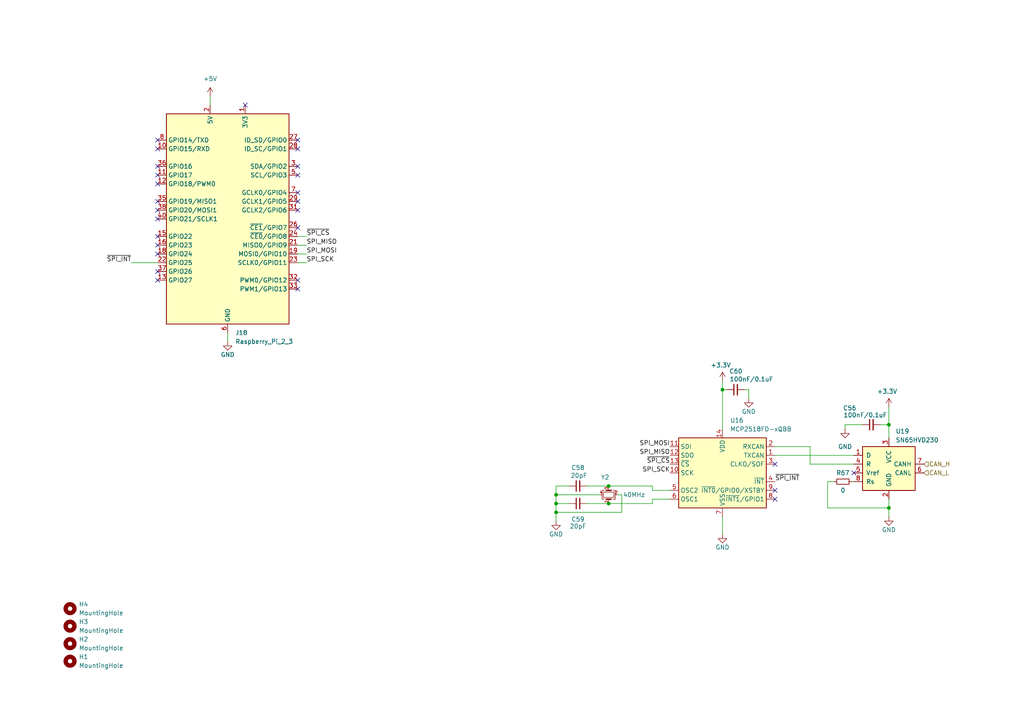
<source format=kicad_sch>
(kicad_sch (version 20231120) (generator "eeschema") (generator_version "8.0")
  (paper "A4")
  (title_block (title "RaspberryPi") (rev "1"))
  (lib_symbols
    (symbol "Connector:Raspberry_Pi_2_3"
      (property "Reference" "J" (at -17.78 31.75 0))
      (property "Value" "Raspberry_Pi_2_3" (at 10.16 -31.75 0))
      (symbol "Raspberry_Pi_2_3_0_1"
        (rectangle (start -17.78 30.48) (end 17.78 -30.48) (stroke (width 0.254)) (fill (type background)))
      )
      (symbol "Raspberry_Pi_2_3_1_1"
        (pin power_in line (at 5.08 33.02 270) (length 2.54) (name "3V3") (number "1"))
        (pin bidirectional line (at -20.32 20.32 0) (length 2.54) (name "GPIO15/RXD") (number "10"))
        (pin bidirectional line (at -20.32 12.7 0) (length 2.54) (name "GPIO17") (number "11"))
        (pin bidirectional line (at -20.32 10.16 0) (length 2.54) (name "GPIO18/PWM0") (number "12"))
        (pin bidirectional line (at -20.32 -17.78 0) (length 2.54) (name "GPIO27") (number "13"))
        (pin passive line (at 0 -33.02 90) (length 2.54) hide (name "GND") (number "14"))
        (pin bidirectional line (at -20.32 -5.08 0) (length 2.54) (name "GPIO22") (number "15"))
        (pin bidirectional line (at -20.32 -7.62 0) (length 2.54) (name "GPIO23") (number "16"))
        (pin passive line (at 5.08 33.02 270) (length 2.54) hide (name "3V3") (number "17"))
        (pin bidirectional line (at -20.32 -10.16 0) (length 2.54) (name "GPIO24") (number "18"))
        (pin bidirectional line (at 20.32 -10.16 180) (length 2.54) (name "MOSI0/GPIO10") (number "19"))
        (pin power_in line (at -5.08 33.02 270) (length 2.54) (name "5V") (number "2"))
        (pin passive line (at 0 -33.02 90) (length 2.54) hide (name "GND") (number "20"))
        (pin bidirectional line (at 20.32 -7.62 180) (length 2.54) (name "MISO0/GPIO9") (number "21"))
        (pin bidirectional line (at -20.32 -12.7 0) (length 2.54) (name "GPIO25") (number "22"))
        (pin bidirectional line (at 20.32 -12.7 180) (length 2.54) (name "SCLK0/GPIO11") (number "23"))
        (pin bidirectional line (at 20.32 -5.08 180) (length 2.54) (name "~{CE0}/GPIO8") (number "24"))
        (pin passive line (at 0 -33.02 90) (length 2.54) hide (name "GND") (number "25"))
        (pin bidirectional line (at 20.32 -2.54 180) (length 2.54) (name "~{CE1}/GPIO7") (number "26"))
        (pin bidirectional line (at 20.32 22.86 180) (length 2.54) (name "ID_SD/GPIO0") (number "27"))
        (pin bidirectional line (at 20.32 20.32 180) (length 2.54) (name "ID_SC/GPIO1") (number "28"))
        (pin bidirectional line (at 20.32 5.08 180) (length 2.54) (name "GCLK1/GPIO5") (number "29"))
        (pin bidirectional line (at 20.32 15.24 180) (length 2.54) (name "SDA/GPIO2") (number "3"))
        (pin passive line (at 0 -33.02 90) (length 2.54) hide (name "GND") (number "30"))
        (pin bidirectional line (at 20.32 2.54 180) (length 2.54) (name "GCLK2/GPIO6") (number "31"))
        (pin bidirectional line (at 20.32 -17.78 180) (length 2.54) (name "PWM0/GPIO12") (number "32"))
        (pin bidirectional line (at 20.32 -20.32 180) (length 2.54) (name "PWM1/GPIO13") (number "33"))
        (pin passive line (at 0 -33.02 90) (length 2.54) hide (name "GND") (number "34"))
        (pin bidirectional line (at -20.32 5.08 0) (length 2.54) (name "GPIO19/MISO1") (number "35"))
        (pin bidirectional line (at -20.32 15.24 0) (length 2.54) (name "GPIO16") (number "36"))
        (pin bidirectional line (at -20.32 -15.24 0) (length 2.54) (name "GPIO26") (number "37"))
        (pin bidirectional line (at -20.32 2.54 0) (length 2.54) (name "GPIO20/MOSI1") (number "38"))
        (pin passive line (at 0 -33.02 90) (length 2.54) hide (name "GND") (number "39"))
        (pin passive line (at -5.08 33.02 270) (length 2.54) hide (name "5V") (number "4"))
        (pin bidirectional line (at -20.32 0 0) (length 2.54) (name "GPIO21/SCLK1") (number "40"))
        (pin bidirectional line (at 20.32 12.7 180) (length 2.54) (name "SCL/GPIO3") (number "5"))
        (pin power_in line (at 0 -33.02 90) (length 2.54) (name "GND") (number "6"))
        (pin bidirectional line (at 20.32 7.62 180) (length 2.54) (name "GCLK0/GPIO4") (number "7"))
        (pin bidirectional line (at -20.32 22.86 0) (length 2.54) (name "GPIO14/TXD") (number "8"))
        (pin passive line (at 0 -33.02 90) (length 2.54) hide (name "GND") (number "9"))
      )
    )
    (symbol "Device:C_Small" (pin_numbers hide) (pin_names (offset 0.254) hide)
      (property "Reference" "C" (at 0.254 1.778 0))
      (property "Value" "C_Small" (at 0.254 -2.032 0))
      (symbol "C_Small_0_1"
        (polyline (pts (xy -1.524 -0.508) (xy 1.524 -0.508)) (stroke (width 0.3302)))
        (polyline (pts (xy -1.524 0.508) (xy 1.524 0.508)) (stroke (width 0.3048)))
      )
      (symbol "C_Small_1_1"
        (pin passive line (at 0 2.54 270) (length 2.032) (name "~") (number "1"))
        (pin passive line (at 0 -2.54 90) (length 2.032) (name "~") (number "2"))
      )
    )
    (symbol "Device:Crystal_GND24_Small" (pin_names (offset 1.016) hide)
      (property "Reference" "Y" (at 1.27 4.445 0))
      (property "Value" "Crystal_GND24_Small" (at 1.27 2.54 0))
      (symbol "Crystal_GND24_Small_0_1"
        (rectangle (start -0.762 -1.524) (end 0.762 1.524))
        (polyline (pts (xy -1.27 -0.762) (xy -1.27 0.762)) (stroke (width 0.381)))
        (polyline (pts (xy 1.27 -0.762) (xy 1.27 0.762)) (stroke (width 0.381)))
        (polyline (pts (xy -1.27 -1.27) (xy -1.27 -1.905) (xy 1.27 -1.905) (xy 1.27 -1.27)))
        (polyline (pts (xy -1.27 1.27) (xy -1.27 1.905) (xy 1.27 1.905) (xy 1.27 1.27)))
      )
      (symbol "Crystal_GND24_Small_1_1"
        (pin passive line (at -2.54 0 0) (length 1.27) (name "1") (number "1"))
        (pin passive line (at 0 -2.54 90) (length 0.635) (name "2") (number "2"))
        (pin passive line (at 2.54 0 180) (length 1.27) (name "3") (number "3"))
        (pin passive line (at 0 2.54 270) (length 0.635) (name "4") (number "4"))
      )
    )
    (symbol "Device:R_Small" (pin_numbers hide) (pin_names (offset 0.254) hide)
      (property "Reference" "R" (at 0.762 0.508 0))
      (property "Value" "R_Small" (at 0.762 -1.016 0))
      (symbol "R_Small_0_1"
        (rectangle (start -0.762 1.778) (end 0.762 -1.778) (stroke (width 0.2032)))
      )
      (symbol "R_Small_1_1"
        (pin passive line (at 0 2.54 270) (length 0.762) (name "~") (number "1"))
        (pin passive line (at 0 -2.54 90) (length 0.762) (name "~") (number "2"))
      )
    )
    (symbol "Interface_CAN_LIN:MCP2518FD-xQBB"
      (property "Reference" "U" (at 8.89 13.97 0))
      (property "Value" "MCP2518FD-xQBB" (at -3.81 13.97 0))
      (symbol "MCP2518FD-xQBB_0_1"
        (rectangle (start -12.7 10.16) (end 12.7 -10.16) (stroke (width 0.254)) (fill (type background)))
      )
      (symbol "MCP2518FD-xQBB_1_1"
        (pin output line (at 15.24 5.08 180) (length 2.54) (name "TXCAN") (number "1"))
        (pin input line (at -15.24 0 0) (length 2.54) (name "SCK") (number "10"))
        (pin input line (at -15.24 7.62 0) (length 2.54) (name "SDI") (number "11"))
        (pin output line (at -15.24 5.08 0) (length 2.54) (name "SDO") (number "12"))
        (pin input line (at -15.24 2.54 0) (length 2.54) (name "~{CS}") (number "13"))
        (pin power_in line (at 0 12.7 270) (length 2.54) (name "VDD") (number "14"))
        (pin passive line (at 0 -12.7 90) (length 2.54) hide (name "VSS") (number "15"))
        (pin input line (at 15.24 7.62 180) (length 2.54) (name "RXCAN") (number "2"))
        (pin output line (at 15.24 2.54 180) (length 2.54) (name "CLKO/SOF") (number "3"))
        (pin output line (at 15.24 -2.54 180) (length 2.54) (name "~{INT}") (number "4"))
        (pin output line (at -15.24 -5.08 0) (length 2.54) (name "OSC2") (number "5"))
        (pin input line (at -15.24 -7.62 0) (length 2.54) (name "OSC1") (number "6"))
        (pin power_in line (at 0 -12.7 90) (length 2.54) (name "VSS") (number "7"))
        (pin bidirectional line (at 15.24 -7.62 180) (length 2.54) (name "~{INT1}/GPIO1") (number "8"))
        (pin bidirectional line (at 15.24 -5.08 180) (length 2.54) (name "~{INT0}/GPIO0/XSTBY") (number "9"))
      )
    )
    (symbol "Interface_CAN_LIN:SN65HVD230" (pin_names (offset 1.016))
      (property "Reference" "U" (at -2.54 10.16 0))
      (property "Value" "SN65HVD230" (at -2.54 7.62 0))
      (symbol "SN65HVD230_0_1"
        (rectangle (start -7.62 5.08) (end 7.62 -7.62) (stroke (width 0.254)) (fill (type background)))
      )
      (symbol "SN65HVD230_1_1"
        (pin input line (at -10.16 2.54 0) (length 2.54) (name "D") (number "1"))
        (pin power_in line (at 0 -10.16 90) (length 2.54) (name "GND") (number "2"))
        (pin power_in line (at 0 7.62 270) (length 2.54) (name "VCC") (number "3"))
        (pin output line (at -10.16 0 0) (length 2.54) (name "R") (number "4"))
        (pin output line (at -10.16 -2.54 0) (length 2.54) (name "Vref") (number "5"))
        (pin bidirectional line (at 10.16 -2.54 180) (length 2.54) (name "CANL") (number "6"))
        (pin bidirectional line (at 10.16 0 180) (length 2.54) (name "CANH") (number "7"))
        (pin input line (at -10.16 -5.08 0) (length 2.54) (name "Rs") (number "8"))
      )
    )
    (symbol "Mechanical:MountingHole" (pin_names (offset 1.016)) (exclude_from_sim yes) (in_bom no)
      (property "Reference" "H" (at 0 5.08 0))
      (property "Value" "MountingHole" (at 0 3.175 0))
      (symbol "MountingHole_0_1"
        (circle (center 0 0) (radius 1.27) (stroke (width 1.27)))
      )
    )
    (symbol "power:+3.3V" (power) (pin_names (offset 0))
      (property "Value" "+3.3V" (at 0 3.556 0))
      (symbol "+3.3V_0_1"
        (polyline (pts (xy -0.762 1.27) (xy 0 2.54)))
        (polyline (pts (xy 0 0) (xy 0 2.54)))
        (polyline (pts (xy 0 2.54) (xy 0.762 1.27)))
      )
      (symbol "+3.3V_1_1"
        (pin power_in line (at 0 0 90) (length 0) hide (name "+3V3") (number "1"))
      )
    )
    (symbol "power:+5V" (power) (pin_numbers hide) (pin_names (offset 0) hide)
      (property "Value" "+5V" (at 0 3.556 0))
      (symbol "+5V_0_1"
        (polyline (pts (xy -0.762 1.27) (xy 0 2.54)))
        (polyline (pts (xy 0 0) (xy 0 2.54)))
        (polyline (pts (xy 0 2.54) (xy 0.762 1.27)))
      )
      (symbol "+5V_1_1"
        (pin power_in line (at 0 0 90) (length 0) (name "~") (number "1"))
      )
    )
    (symbol "power:GND" (power) (pin_numbers hide) (pin_names (offset 0) hide)
      (property "Value" "GND" (at 0 -3.81 0))
      (symbol "GND_0_1"
        (polyline (pts (xy 0 0) (xy 0 -1.27) (xy 1.27 -1.27) (xy 0 -2.54) (xy -1.27 -1.27) (xy 0 -1.27)))
      )
      (symbol "GND_1_1"
        (pin power_in line (at 0 0 270) (length 0) (name "~") (number "1"))
      )
    )
  )
  (junction (at 161.29 148.59))
  (junction (at 161.29 143.51))
  (junction (at 176.53 146.05))
  (junction (at 209.55 113.03))
  (junction (at 161.29 146.05))
  (junction (at 257.81 147.32))
  (junction (at 176.53 140.97))
  (junction (at 257.81 123.19))
  (no_connect (at 45.72 48.26))
  (no_connect (at 45.72 81.28))
  (no_connect (at 224.79 144.78))
  (no_connect (at 86.36 55.88))
  (no_connect (at 224.79 142.24))
  (no_connect (at 86.36 50.8))
  (no_connect (at 45.72 63.5))
  (no_connect (at 86.36 60.96))
  (no_connect (at 86.36 40.64))
  (no_connect (at 71.12 30.48))
  (no_connect (at 86.36 66.04))
  (no_connect (at 45.72 40.64))
  (no_connect (at 86.36 83.82))
  (no_connect (at 45.72 68.58))
  (no_connect (at 224.79 134.62))
  (no_connect (at 45.72 58.42))
  (no_connect (at 86.36 58.42))
  (no_connect (at 45.72 50.8))
  (no_connect (at 45.72 73.66))
  (no_connect (at 86.36 48.26))
  (no_connect (at 45.72 71.12))
  (no_connect (at 247.65 137.16))
  (no_connect (at 86.36 43.18))
  (no_connect (at 86.36 81.28))
  (no_connect (at 45.72 53.34))
  (no_connect (at 45.72 78.74))
  (no_connect (at 45.72 60.96))
  (no_connect (at 45.72 43.18))
  (wire (pts (xy 209.55 149.86) (xy 209.55 154.94)))
  (wire (pts (xy 255.27 123.19) (xy 257.81 123.19)))
  (wire (pts (xy 194.31 144.78) (xy 189.23 144.78)))
  (wire (pts (xy 66.04 96.52) (xy 66.04 99.06)))
  (wire (pts (xy 250.19 123.19) (xy 245.11 123.19)))
  (wire (pts (xy 161.29 148.59) (xy 161.29 151.13)))
  (wire (pts (xy 209.55 124.46) (xy 209.55 113.03)))
  (wire (pts (xy 170.18 146.05) (xy 176.53 146.05)))
  (wire (pts (xy 60.96 27.94) (xy 60.96 30.48)))
  (wire (pts (xy 234.95 134.62) (xy 247.65 134.62)))
  (wire (pts (xy 257.81 147.32) (xy 257.81 149.86)))
  (wire (pts (xy 194.31 142.24) (xy 189.23 142.24)))
  (wire (pts (xy 234.95 129.54) (xy 234.95 134.62)))
  (wire (pts (xy 161.29 143.51) (xy 173.99 143.51)))
  (wire (pts (xy 189.23 144.78) (xy 189.23 146.05)))
  (wire (pts (xy 165.1 140.97) (xy 161.29 140.97)))
  (wire (pts (xy 215.9 113.03) (xy 217.17 113.03)))
  (wire (pts (xy 240.03 139.7) (xy 241.935 139.7)))
  (wire (pts (xy 247.015 139.7) (xy 247.65 139.7)))
  (wire (pts (xy 161.29 146.05) (xy 165.1 146.05)))
  (wire (pts (xy 189.23 142.24) (xy 189.23 140.97)))
  (wire (pts (xy 189.23 140.97) (xy 176.53 140.97)))
  (wire (pts (xy 179.07 143.51) (xy 180.34 143.51)))
  (wire (pts (xy 224.79 132.08) (xy 247.65 132.08)))
  (wire (pts (xy 209.55 113.03) (xy 210.82 113.03)))
  (wire (pts (xy 189.23 146.05) (xy 176.53 146.05)))
  (wire (pts (xy 161.29 148.59) (xy 180.34 148.59)))
  (wire (pts (xy 86.36 68.58) (xy 88.9 68.58)))
  (wire (pts (xy 161.29 140.97) (xy 161.29 143.51)))
  (wire (pts (xy 86.36 73.66) (xy 88.9 73.66)))
  (wire (pts (xy 245.11 123.19) (xy 245.11 124.46)))
  (wire (pts (xy 257.81 123.19) (xy 257.81 127)))
  (wire (pts (xy 161.29 143.51) (xy 161.29 146.05)))
  (wire (pts (xy 86.36 71.12) (xy 88.9 71.12)))
  (wire (pts (xy 240.03 139.7) (xy 240.03 147.32)))
  (wire (pts (xy 161.29 146.05) (xy 161.29 148.59)))
  (wire (pts (xy 257.81 118.11) (xy 257.81 123.19)))
  (wire (pts (xy 38.1 76.2) (xy 45.72 76.2)))
  (wire (pts (xy 240.03 147.32) (xy 257.81 147.32)))
  (wire (pts (xy 209.55 113.03) (xy 209.55 110.49)))
  (wire (pts (xy 180.34 143.51) (xy 180.34 148.59)))
  (wire (pts (xy 224.79 129.54) (xy 234.95 129.54)))
  (wire (pts (xy 257.81 144.78) (xy 257.81 147.32)))
  (wire (pts (xy 217.17 113.03) (xy 217.17 115.57)))
  (wire (pts (xy 86.36 76.2) (xy 88.9 76.2)))
  (wire (pts (xy 170.18 140.97) (xy 176.53 140.97)))
  (label "~{SPI_CS}" (at 194.31 134.62 180))
  (label "SPI_MISO" (at 88.9 71.12 0))
  (label "~{SPI_CS}" (at 88.9 68.58 0))
  (label "SPI_SCK" (at 88.9 76.2 0))
  (label "SPI_SCK" (at 194.31 137.16 180))
  (label "SPI_MOSI" (at 194.31 129.54 180))
  (label "SPI_MISO" (at 194.31 132.08 180))
  (label "~{SPI_INT}" (at 38.1 76.2 180))
  (label "~{SPI_INT}" (at 224.79 139.7 0))
  (label "SPI_MOSI" (at 88.9 73.66 0))
  (hierarchical_label "CAN_H" (shape input) (at 267.97 134.62 0))
  (hierarchical_label "CAN_L" (shape input) (at 267.97 137.16 0))
  (symbol (lib_id "Mechanical:MountingHole") (at 20.32 176.53 0) (unit 1) (exclude_from_sim yes) (in_bom no)
    (property "Reference" "H4" (at 22.86 175.2599 0) (effects (justify left)))
    (property "Value" "MountingHole" (at 22.86 177.7999 0) (effects (justify left)))
    (property "Footprint" "MountingHole:MountingHole_3.2mm_M3_DIN965" (effects (hide yes)))
    (property "Description" "Mounting Hole without connection" (effects (hide yes)))
  )
  (symbol (lib_id "power:+5V") (at 60.96 27.94 0) (unit 1)
    (property "Reference" "#PWR0148" (effects (hide yes)))
    (property "Value" "+5V" (at 60.96 22.86 0))
    (property "Description" "Power symbol creates a global label with name \"+5V\"" (effects (hide yes)))
  )
  (symbol (lib_id "power:GND") (at 66.04 99.06 0) (unit 1)
    (property "Reference" "#PWR0147" (effects (hide yes)))
    (property "Value" "GND" (at 66.04 102.87 0))
  )
  (symbol (lib_id "Device:C_Small") (at 252.73 123.19 90) (unit 1)
    (property "Reference" "C56" (at 248.412 118.364 90) (effects (justify left)))
    (property "Value" "100nF/0.1uF" (at 257.302 120.396 90) (effects (justify left)))
    (property "Footprint" "Capacitor_SMD:C_0603_1608Metric" (effects (hide yes)))
    (property "Description" "Unpolarized capacitor, small symbol" (effects (hide yes)))
    (property "LCSC" "C14663" (effects (hide yes)))
  )
  (symbol (lib_id "Device:Crystal_GND24_Small") (at 176.53 143.51 90) (unit 1)
    (property "Reference" "Y2" (at 175.514 138.43 90))
    (property "Value" "40MHz" (at 183.896 143.51 90))
    (property "Footprint" "Crystal:Crystal_SMD_3225-4Pin_3.2x2.5mm" (effects (hide yes)))
    (property "Datasheet" "https://wmsc.lcsc.com/wmsc/upload/file/pdf/v2/lcsc/2403291504_YXC-X322540MPB4SI_C9010.pdf" (effects (hide yes)))
    (property "Description" "Four pin crystal, GND on pins 2 and 4, small symbol" (effects (hide yes)))
    (property "LCSC" "C9010" (effects (hide yes)))
  )
  (symbol (lib_id "Interface_CAN_LIN:SN65HVD230") (at 257.81 134.62 0) (unit 1)
    (property "Reference" "U19" (at 259.7659 125.095 0) (effects (justify left)))
    (property "Value" "SN65HVD230" (at 259.7659 127.635 0) (effects (justify left)))
    (property "Footprint" "Package_SO:SOIC-8_3.9x4.9mm_P1.27mm" (effects (hide yes)))
    (property "Datasheet" "http://www.ti.com/lit/ds/symlink/sn65hvd230.pdf" (effects (hide yes)))
    (property "LCSC" "C12084" (effects (hide yes)))
    (property "JLCPCB Rotation Offset" "-90" (effects (hide yes)))
  )
  (symbol (lib_id "power:GND") (at 209.55 154.94 0) (unit 1)
    (property "Reference" "#PWR0146" (effects (hide yes)))
    (property "Value" "GND" (at 209.55 158.75 0))
  )
  (symbol (lib_id "Device:C_Small") (at 167.64 140.97 90) (unit 1)
    (property "Reference" "C58" (at 167.64 135.636 90))
    (property "Value" "20pF" (at 167.894 137.922 90))
    (property "Footprint" "Capacitor_SMD:C_0603_1608Metric" (effects (hide yes)))
    (property "LCSC" "C1648" (effects (hide yes)))
  )
  (symbol (lib_id "power:GND") (at 245.11 124.46 0) (unit 1)
    (property "Reference" "#PWR0133" (effects (hide yes)))
    (property "Value" "GND" (at 245.11 129.54 0))
  )
  (symbol (lib_id "Device:R_Small") (at 244.475 139.7 270) (unit 1)
    (property "Reference" "R67" (at 244.475 137.16 90))
    (property "Value" "0" (at 244.475 142.24 90))
    (property "Footprint" "Resistor_SMD:R_0603_1608Metric" (effects (hide yes)))
    (property "LCSC" "C21189" (effects (hide yes)))
  )
  (symbol (lib_id "Mechanical:MountingHole") (at 20.32 181.61 0) (unit 1) (exclude_from_sim yes) (in_bom no)
    (property "Reference" "H3" (at 22.86 180.3399 0) (effects (justify left)))
    (property "Value" "MountingHole" (at 22.86 182.8799 0) (effects (justify left)))
    (property "Footprint" "MountingHole:MountingHole_3.2mm_M3_DIN965" (effects (hide yes)))
    (property "Description" "Mounting Hole without connection" (effects (hide yes)))
  )
  (symbol (lib_id "power:GND") (at 217.17 115.57 0) (unit 1)
    (property "Reference" "#PWR0144" (effects (hide yes)))
    (property "Value" "GND" (at 217.17 119.38 0))
  )
  (symbol (lib_id "Connector:Raspberry_Pi_2_3") (at 66.04 63.5 0) (unit 1) (in_bom no)
    (property "Reference" "J18" (at 68.2341 96.52 0) (effects (justify left)))
    (property "Value" "Raspberry_Pi_2_3" (at 68.2341 99.06 0) (effects (justify left)))
    (property "Footprint" "Connector_PinSocket_2.54mm:PinSocket_2x20_P2.54mm_Vertical" (effects (hide yes)))
    (property "Datasheet" "https://www.raspberrypi.org/documentation/hardware/raspberrypi/schematics/rpi_SCH_3bplus_1p0_reduced.pdf" (effects (hide yes)))
    (property "Description" "expansion header for Raspberry Pi 2 & 3" (effects (hide yes)))
    (property "LCSC" "C110426" (effects (hide yes)))
  )
  (symbol (lib_id "Device:C_Small") (at 167.64 146.05 90) (unit 1)
    (property "Reference" "C59" (at 167.64 150.622 90))
    (property "Value" "20pF" (at 167.64 152.654 90))
    (property "Footprint" "Capacitor_SMD:C_0603_1608Metric" (effects (hide yes)))
    (property "LCSC" "C1648" (effects (hide yes)))
  )
  (symbol (lib_id "power:GND") (at 161.29 151.13 0) (unit 1)
    (property "Reference" "#PWR0143" (effects (hide yes)))
    (property "Value" "GND" (at 161.29 154.94 0))
  )
  (symbol (lib_id "power:+3.3V") (at 209.55 110.49 0) (unit 1)
    (property "Reference" "#PWR0145" (effects (hide yes)))
    (property "Value" "+3.3V" (at 209.042 105.918 0))
    (property "Description" "Power symbol creates a global label with name \"+3.3V\"" (effects (hide yes)))
  )
  (symbol (lib_id "Device:C_Small") (at 213.36 113.03 90) (unit 1)
    (property "Reference" "C60" (at 215.392 107.696 90) (effects (justify left)))
    (property "Value" "100nF/0.1uF" (at 224.282 109.982 90) (effects (justify left)))
    (property "Footprint" "Capacitor_SMD:C_0603_1608Metric" (effects (hide yes)))
    (property "Description" "Unpolarized capacitor, small symbol" (effects (hide yes)))
    (property "LCSC" "C14663" (effects (hide yes)))
  )
  (symbol (lib_id "Mechanical:MountingHole") (at 20.32 191.77 0) (unit 1) (exclude_from_sim yes) (in_bom no)
    (property "Reference" "H1" (at 22.86 190.4999 0) (effects (justify left)))
    (property "Value" "MountingHole" (at 22.86 193.0399 0) (effects (justify left)))
    (property "Footprint" "MountingHole:MountingHole_3.2mm_M3_DIN965" (effects (hide yes)))
    (property "Description" "Mounting Hole without connection" (effects (hide yes)))
  )
  (symbol (lib_id "power:+3.3V") (at 257.81 118.11 0) (unit 1)
    (property "Reference" "#PWR0137" (effects (hide yes)))
    (property "Value" "+3.3V" (at 257.302 113.538 0))
    (property "Description" "Power symbol creates a global label with name \"+3.3V\"" (effects (hide yes)))
  )
  (symbol (lib_id "Interface_CAN_LIN:MCP2518FD-xQBB") (at 209.55 137.16 0) (unit 1) (in_bom no)
    (property "Reference" "U16" (at 211.7441 121.92 0) (effects (justify left)))
    (property "Value" "MCP2518FD-xQBB" (at 211.7441 124.46 0) (effects (justify left)))
    (property "Footprint" "Package_SO:SOIC-14_3.9x8.7mm_P1.27mm" (effects (hide yes)))
    (property "Datasheet" "https://ww1.microchip.com/downloads/aemDocuments/documents/OTH/ProductDocuments/DataSheets/External-CAN-FD-Controller-with-SPI-Interface-DS20006027B.pdf" (effects (hide yes)))
    (property "Description" "CAN FD Controller with SPI Interface, up to 8 Mbps, Vdd 2.7..5.5V,  functional safety ready, VDFN-14" (effects (hide yes)))
    (property "LCSC" "C626758" (effects (hide yes)))
  )
  (symbol (lib_id "power:GND") (at 257.81 149.86 0) (unit 1)
    (property "Reference" "#PWR0138" (effects (hide yes)))
    (property "Value" "GND" (at 257.81 153.67 0))
  )
  (symbol (lib_id "Mechanical:MountingHole") (at 20.32 186.69 0) (unit 1) (exclude_from_sim yes) (in_bom no)
    (property "Reference" "H2" (at 22.86 185.4199 0) (effects (justify left)))
    (property "Value" "MountingHole" (at 22.86 187.9599 0) (effects (justify left)))
    (property "Footprint" "MountingHole:MountingHole_3.2mm_M3_DIN965" (effects (hide yes)))
    (property "Description" "Mounting Hole without connection" (effects (hide yes)))
  )
)
</source>
